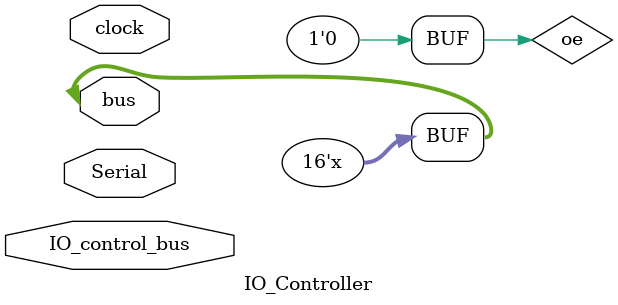
<source format=v>
`timescale 1ns / 1ps

module	IO_Controller(
inout		[15:0]	bus,
inout		[1:0]		Serial,
input		[2:0]		IO_control_bus,
input 				clock
);

reg oe = 0;
reg [15:0] bus_out;
assign bus = oe ? bus_out : 16'bZ;

endmodule 


</source>
